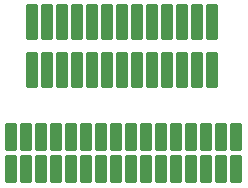
<source format=gbr>
%TF.GenerationSoftware,KiCad,Pcbnew,7.0.10-7.0.10~ubuntu22.04.1*%
%TF.CreationDate,2024-01-03T09:44:53-05:00*%
%TF.ProjectId,source-splitter,736f7572-6365-42d7-9370-6c6974746572,rev?*%
%TF.SameCoordinates,Original*%
%TF.FileFunction,Soldermask,Top*%
%TF.FilePolarity,Negative*%
%FSLAX46Y46*%
G04 Gerber Fmt 4.6, Leading zero omitted, Abs format (unit mm)*
G04 Created by KiCad (PCBNEW 7.0.10-7.0.10~ubuntu22.04.1) date 2024-01-03 09:44:53*
%MOMM*%
%LPD*%
G01*
G04 APERTURE LIST*
G04 Aperture macros list*
%AMRoundRect*
0 Rectangle with rounded corners*
0 $1 Rounding radius*
0 $2 $3 $4 $5 $6 $7 $8 $9 X,Y pos of 4 corners*
0 Add a 4 corners polygon primitive as box body*
4,1,4,$2,$3,$4,$5,$6,$7,$8,$9,$2,$3,0*
0 Add four circle primitives for the rounded corners*
1,1,$1+$1,$2,$3*
1,1,$1+$1,$4,$5*
1,1,$1+$1,$6,$7*
1,1,$1+$1,$8,$9*
0 Add four rect primitives between the rounded corners*
20,1,$1+$1,$2,$3,$4,$5,0*
20,1,$1+$1,$4,$5,$6,$7,0*
20,1,$1+$1,$6,$7,$8,$9,0*
20,1,$1+$1,$8,$9,$2,$3,0*%
G04 Aperture macros list end*
%ADD10RoundRect,0.102000X0.370000X1.397500X-0.370000X1.397500X-0.370000X-1.397500X0.370000X-1.397500X0*%
%ADD11RoundRect,0.102000X-0.370000X-1.110000X0.370000X-1.110000X0.370000X1.110000X-0.370000X1.110000X0*%
G04 APERTURE END LIST*
D10*
%TO.C,J1*%
X42951400Y-32385000D03*
X42951400Y-36450000D03*
X41681400Y-32385000D03*
X41681400Y-36450000D03*
X40411400Y-32385000D03*
X40411400Y-36450000D03*
X39141400Y-32385000D03*
X39141400Y-36450000D03*
X37871400Y-32385000D03*
X37871400Y-36450000D03*
X36601400Y-32385000D03*
X36601400Y-36450000D03*
X35331400Y-32385000D03*
X35331400Y-36450000D03*
X34061400Y-32385000D03*
X34061400Y-36450000D03*
X32791400Y-32385000D03*
X32791400Y-36450000D03*
X31521400Y-32385000D03*
X31521400Y-36450000D03*
X30251400Y-32385000D03*
X30251400Y-36450000D03*
X28981400Y-32385000D03*
X28981400Y-36450000D03*
X27711400Y-32385000D03*
X27711400Y-36450000D03*
%TD*%
D11*
%TO.C,J2*%
X44983400Y-42113200D03*
X44983400Y-44843200D03*
X43713400Y-42113200D03*
X43713400Y-44843200D03*
X42443400Y-42113200D03*
X42443400Y-44843200D03*
X41173400Y-42113200D03*
X41173400Y-44843200D03*
X39903400Y-42113200D03*
X39903400Y-44843200D03*
X38633400Y-42113200D03*
X38633400Y-44843200D03*
X37363400Y-42113200D03*
X37363400Y-44843200D03*
X36093400Y-42113200D03*
X36093400Y-44843200D03*
X34823400Y-42113200D03*
X34823400Y-44843200D03*
X33553400Y-42113200D03*
X33553400Y-44843200D03*
X32283400Y-42113200D03*
X32283400Y-44843200D03*
X31013400Y-42113200D03*
X31013400Y-44843200D03*
X29743400Y-42113200D03*
X29743400Y-44843200D03*
X28473400Y-42113200D03*
X28473400Y-44843200D03*
X27203400Y-42113200D03*
X27203400Y-44843200D03*
X25933400Y-42113200D03*
X25933400Y-44843200D03*
%TD*%
M02*

</source>
